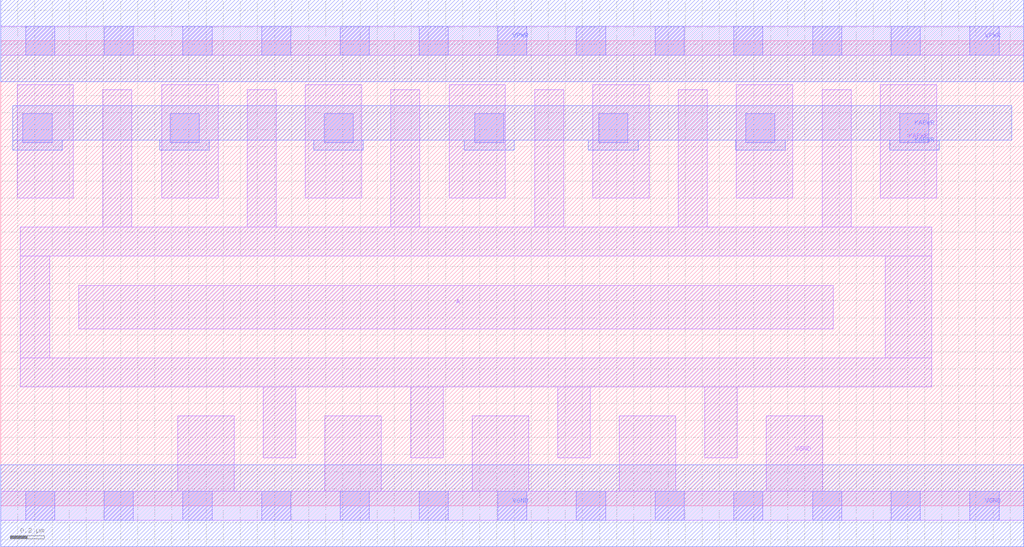
<source format=lef>
# Copyright 2020 The SkyWater PDK Authors
#
# Licensed under the Apache License, Version 2.0 (the "License");
# you may not use this file except in compliance with the License.
# You may obtain a copy of the License at
#
#     https://www.apache.org/licenses/LICENSE-2.0
#
# Unless required by applicable law or agreed to in writing, software
# distributed under the License is distributed on an "AS IS" BASIS,
# WITHOUT WARRANTIES OR CONDITIONS OF ANY KIND, either express or implied.
# See the License for the specific language governing permissions and
# limitations under the License.
#
# SPDX-License-Identifier: Apache-2.0

VERSION 5.7 ;
  NAMESCASESENSITIVE ON ;
  NOWIREEXTENSIONATPIN ON ;
  DIVIDERCHAR "/" ;
  BUSBITCHARS "[]" ;
UNITS
  DATABASE MICRONS 200 ;
END UNITS
MACRO sky130_fd_sc_hd__lpflow_clkinvkapwr_8
  CLASS CORE ;
  SOURCE USER ;
  FOREIGN sky130_fd_sc_hd__lpflow_clkinvkapwr_8 ;
  ORIGIN  0.000000  0.000000 ;
  SIZE  5.980000 BY  2.720000 ;
  SYMMETRY X Y R90 ;
  SITE unithd ;
  PIN A
    ANTENNAGATEAREA  2.304000 ;
    DIRECTION INPUT ;
    USE SIGNAL ;
    PORT
      LAYER li1 ;
        RECT 0.455000 1.035000 4.865000 1.290000 ;
    END
  END A
  PIN Y
    ANTENNADIFFAREA  2.090400 ;
    DIRECTION OUTPUT ;
    USE SIGNAL ;
    PORT
      LAYER li1 ;
        RECT 0.115000 0.695000 5.440000 0.865000 ;
        RECT 0.115000 0.865000 0.285000 1.460000 ;
        RECT 0.115000 1.460000 5.440000 1.630000 ;
        RECT 0.595000 1.630000 0.765000 2.435000 ;
        RECT 1.440000 1.630000 1.610000 2.435000 ;
        RECT 1.535000 0.280000 1.725000 0.695000 ;
        RECT 2.280000 1.630000 2.450000 2.435000 ;
        RECT 2.395000 0.280000 2.585000 0.695000 ;
        RECT 3.120000 1.630000 3.290000 2.435000 ;
        RECT 3.255000 0.280000 3.445000 0.695000 ;
        RECT 3.960000 1.630000 4.130000 2.435000 ;
        RECT 4.115000 0.280000 4.305000 0.695000 ;
        RECT 4.800000 1.630000 4.970000 2.435000 ;
        RECT 5.170000 0.865000 5.440000 1.460000 ;
    END
  END Y
  PIN KAPWR
    DIRECTION INOUT ;
    SHAPE ABUTMENT ;
    USE POWER ;
    PORT
      LAYER li1 ;
        RECT 0.095000 1.800000 0.425000 2.465000 ;
        RECT 0.940000 1.800000 1.270000 2.465000 ;
        RECT 1.780000 1.800000 2.110000 2.465000 ;
        RECT 2.620000 1.800000 2.950000 2.465000 ;
        RECT 3.460000 1.800000 3.790000 2.465000 ;
        RECT 4.300000 1.800000 4.630000 2.465000 ;
        RECT 5.140000 1.800000 5.470000 2.465000 ;
      LAYER mcon ;
        RECT 0.130000 2.125000 0.300000 2.295000 ;
        RECT 0.990000 2.125000 1.160000 2.295000 ;
        RECT 1.890000 2.125000 2.060000 2.295000 ;
        RECT 2.770000 2.125000 2.940000 2.295000 ;
        RECT 3.495000 2.125000 3.665000 2.295000 ;
        RECT 4.355000 2.125000 4.525000 2.295000 ;
        RECT 5.255000 2.125000 5.425000 2.295000 ;
      LAYER met1 ;
        RECT 0.070000 2.080000 0.360000 2.140000 ;
        RECT 0.070000 2.140000 5.910000 2.340000 ;
        RECT 0.930000 2.080000 1.220000 2.140000 ;
        RECT 1.830000 2.080000 2.120000 2.140000 ;
        RECT 2.710000 2.080000 3.000000 2.140000 ;
        RECT 3.435000 2.080000 3.725000 2.140000 ;
        RECT 4.295000 2.080000 4.585000 2.140000 ;
        RECT 5.195000 2.080000 5.485000 2.140000 ;
    END
  END KAPWR
  PIN VGND
    DIRECTION INOUT ;
    SHAPE ABUTMENT ;
    USE GROUND ;
    PORT
      LAYER li1 ;
        RECT 0.000000 -0.085000 5.980000 0.085000 ;
        RECT 1.035000  0.085000 1.365000 0.525000 ;
        RECT 1.895000  0.085000 2.225000 0.525000 ;
        RECT 2.755000  0.085000 3.085000 0.525000 ;
        RECT 3.615000  0.085000 3.945000 0.525000 ;
        RECT 4.475000  0.085000 4.805000 0.525000 ;
      LAYER mcon ;
        RECT 0.145000 -0.085000 0.315000 0.085000 ;
        RECT 0.605000 -0.085000 0.775000 0.085000 ;
        RECT 1.065000 -0.085000 1.235000 0.085000 ;
        RECT 1.525000 -0.085000 1.695000 0.085000 ;
        RECT 1.985000 -0.085000 2.155000 0.085000 ;
        RECT 2.445000 -0.085000 2.615000 0.085000 ;
        RECT 2.905000 -0.085000 3.075000 0.085000 ;
        RECT 3.365000 -0.085000 3.535000 0.085000 ;
        RECT 3.825000 -0.085000 3.995000 0.085000 ;
        RECT 4.285000 -0.085000 4.455000 0.085000 ;
        RECT 4.745000 -0.085000 4.915000 0.085000 ;
        RECT 5.205000 -0.085000 5.375000 0.085000 ;
        RECT 5.665000 -0.085000 5.835000 0.085000 ;
      LAYER met1 ;
        RECT 0.000000 -0.240000 5.980000 0.240000 ;
    END
  END VGND
  PIN VPWR
    DIRECTION INOUT ;
    SHAPE ABUTMENT ;
    USE POWER ;
    PORT
      LAYER li1 ;
        RECT 0.000000 2.635000 5.980000 2.805000 ;
      LAYER mcon ;
        RECT 0.145000 2.635000 0.315000 2.805000 ;
        RECT 0.605000 2.635000 0.775000 2.805000 ;
        RECT 1.065000 2.635000 1.235000 2.805000 ;
        RECT 1.525000 2.635000 1.695000 2.805000 ;
        RECT 1.985000 2.635000 2.155000 2.805000 ;
        RECT 2.445000 2.635000 2.615000 2.805000 ;
        RECT 2.905000 2.635000 3.075000 2.805000 ;
        RECT 3.365000 2.635000 3.535000 2.805000 ;
        RECT 3.825000 2.635000 3.995000 2.805000 ;
        RECT 4.285000 2.635000 4.455000 2.805000 ;
        RECT 4.745000 2.635000 4.915000 2.805000 ;
        RECT 5.205000 2.635000 5.375000 2.805000 ;
        RECT 5.665000 2.635000 5.835000 2.805000 ;
      LAYER met1 ;
        RECT 0.000000 2.480000 5.980000 2.960000 ;
    END
  END VPWR
END sky130_fd_sc_hd__lpflow_clkinvkapwr_8

</source>
